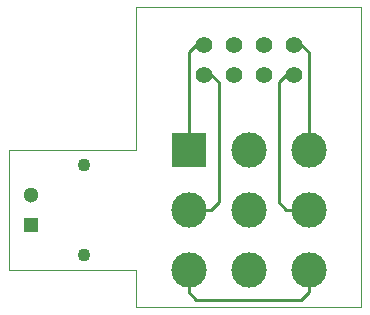
<source format=gbl>
G75*
%MOIN*%
%OFA0B0*%
%FSLAX25Y25*%
%IPPOS*%
%LPD*%
%AMOC8*
5,1,8,0,0,1.08239X$1,22.5*
%
%ADD10C,0.00000*%
%ADD11C,0.05512*%
%ADD12R,0.11811X0.11811*%
%ADD13C,0.11811*%
%ADD14C,0.04331*%
%ADD15C,0.05118*%
%ADD16R,0.05118X0.05118*%
%ADD17C,0.01000*%
D10*
X0001000Y0013500D02*
X0043500Y0013500D01*
X0043500Y0001000D01*
X0118421Y0001000D01*
X0118421Y0100951D01*
X0118500Y0101000D02*
X0043500Y0101000D01*
X0043500Y0053500D01*
X0001000Y0053500D01*
X0001000Y0013500D01*
D11*
X0066000Y0078500D03*
X0076000Y0078500D03*
X0086000Y0078500D03*
X0096000Y0078500D03*
X0096000Y0088500D03*
X0086000Y0088500D03*
X0076000Y0088500D03*
X0066000Y0088500D03*
D12*
X0061000Y0053500D03*
D13*
X0081000Y0053500D03*
X0101000Y0053500D03*
X0101000Y0033500D03*
X0081000Y0033500D03*
X0061000Y0033500D03*
X0061000Y0013500D03*
X0081000Y0013500D03*
X0101000Y0013500D03*
D14*
X0026000Y0018500D03*
X0026000Y0048500D03*
D15*
X0008500Y0038500D03*
D16*
X0008500Y0028500D03*
D17*
X0061000Y0033500D02*
X0068500Y0033500D01*
X0071000Y0036000D01*
X0071000Y0076000D01*
X0068500Y0078500D01*
X0066000Y0078500D01*
X0061000Y0086000D02*
X0061000Y0053500D01*
X0091000Y0036000D02*
X0091000Y0076000D01*
X0093500Y0078500D01*
X0096000Y0078500D01*
X0101000Y0086000D02*
X0098500Y0088500D01*
X0096000Y0088500D01*
X0101000Y0086000D02*
X0101000Y0053500D01*
X0091000Y0036000D02*
X0093500Y0033500D01*
X0101000Y0033500D01*
X0101000Y0013500D02*
X0101000Y0006000D01*
X0098500Y0003500D01*
X0063500Y0003500D01*
X0061000Y0006000D01*
X0061000Y0013500D01*
X0061000Y0086000D02*
X0063500Y0088500D01*
X0066000Y0088500D01*
M02*

</source>
